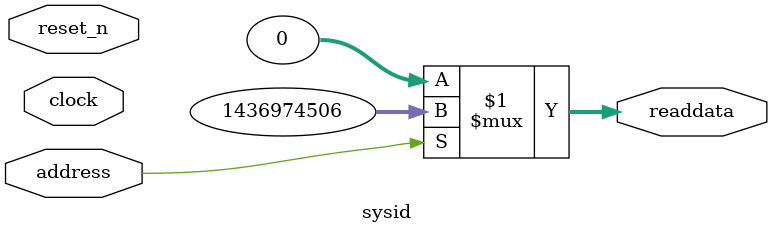
<source format=v>

`timescale 1ns / 1ps
// synthesis translate_on

// turn off superfluous verilog processor warnings 
// altera message_level Level1 
// altera message_off 10034 10035 10036 10037 10230 10240 10030 

module sysid (
               // inputs:
                address,
                clock,
                reset_n,

               // outputs:
                readdata
             )
;

  output  [ 31: 0] readdata;
  input            address;
  input            clock;
  input            reset_n;

  wire    [ 31: 0] readdata;
  //control_slave, which is an e_avalon_slave
  assign readdata = address ? 1436974506 : 0;

endmodule


</source>
